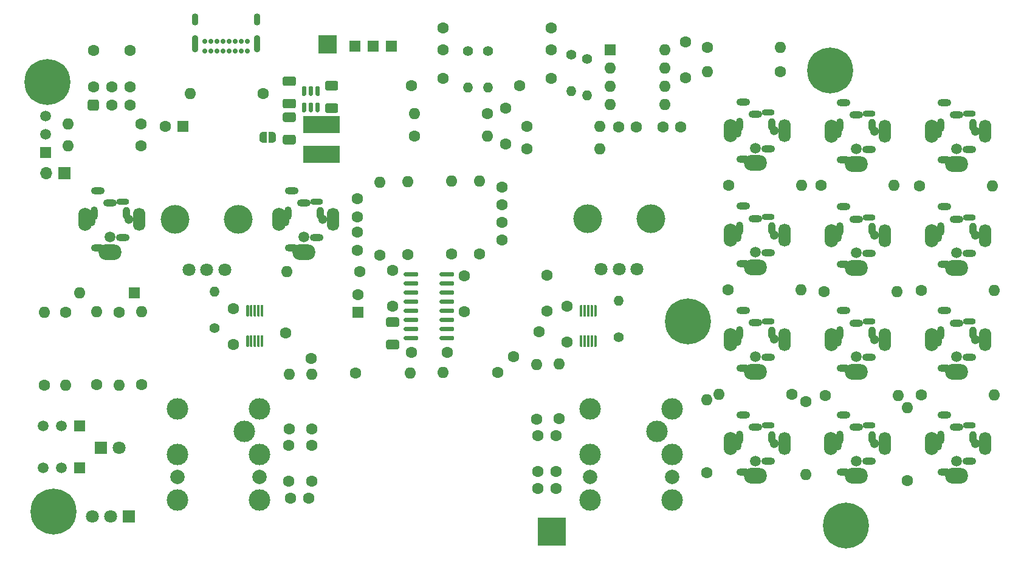
<source format=gts>
G04 #@! TF.GenerationSoftware,KiCad,Pcbnew,8.0.1*
G04 #@! TF.CreationDate,2024-04-29T14:01:51+02:00*
G04 #@! TF.ProjectId,spider2,73706964-6572-4322-9e6b-696361645f70,rev?*
G04 #@! TF.SameCoordinates,Original*
G04 #@! TF.FileFunction,Soldermask,Top*
G04 #@! TF.FilePolarity,Negative*
%FSLAX46Y46*%
G04 Gerber Fmt 4.6, Leading zero omitted, Abs format (unit mm)*
G04 Created by KiCad (PCBNEW 8.0.1) date 2024-04-29 14:01:51*
%MOMM*%
%LPD*%
G01*
G04 APERTURE LIST*
%ADD10C,1.600000*%
%ADD11O,1.600000X1.600000*%
%ADD12C,0.700000*%
%ADD13O,0.900000X2.400000*%
%ADD14O,0.900000X1.700000*%
%ADD15R,1.600000X1.600000*%
%ADD16C,1.400000*%
%ADD17O,1.400000X1.400000*%
%ADD18R,2.500000X2.500000*%
%ADD19C,1.500000*%
%ADD20O,1.900000X1.000000*%
%ADD21O,1.000000X1.800000*%
%ADD22C,1.300000*%
%ADD23O,1.703200X3.203200*%
%ADD24O,1.903200X3.203200*%
%ADD25O,1.000000X1.900000*%
%ADD26O,3.203200X2.203200*%
%ADD27O,1.800000X0.900000*%
%ADD28C,0.800000*%
%ADD29C,6.400000*%
%ADD30C,3.000000*%
%ADD31C,2.000000*%
%ADD32R,1.500000X1.500000*%
%ADD33C,4.000000*%
%ADD34C,1.800000*%
%ADD35R,1.700000X1.700000*%
%ADD36O,1.700000X1.700000*%
%ADD37R,1.800000X1.800000*%
%ADD38R,5.100000X2.350000*%
%ADD39R,4.000000X4.000000*%
G04 APERTURE END LIST*
D10*
X147799400Y-33323400D03*
X152879400Y-33323400D03*
G36*
G01*
X147399400Y-40143400D02*
X148199400Y-40143400D01*
G75*
G02*
X148599400Y-40543400I0J-400000D01*
G01*
X148599400Y-41343400D01*
G75*
G02*
X148199400Y-41743400I-400000J0D01*
G01*
X147399400Y-41743400D01*
G75*
G02*
X146999400Y-41343400I0J400000D01*
G01*
X146999400Y-40543400D01*
G75*
G02*
X147399400Y-40143400I400000J0D01*
G01*
G37*
X150339400Y-40943400D03*
X152879400Y-40943400D03*
X147799400Y-38403400D03*
X150339400Y-38403400D03*
X152879400Y-38403400D03*
X262920000Y-52200000D03*
D11*
X273080000Y-52200000D03*
D10*
X230300000Y-32120000D03*
X230300000Y-37120000D03*
X243540000Y-36255000D03*
D11*
X233380000Y-36255000D03*
D12*
X169250000Y-33375000D03*
X168400000Y-33375000D03*
X167550000Y-33375000D03*
X166700000Y-33375000D03*
X165850000Y-33375000D03*
X165000000Y-33375000D03*
X164150000Y-33375000D03*
X163300000Y-33375000D03*
X163300000Y-32025000D03*
X164150000Y-32025000D03*
X165000000Y-32025000D03*
X165850000Y-32025000D03*
X166700000Y-32025000D03*
X167550000Y-32025000D03*
X168400000Y-32025000D03*
X169250000Y-32025000D03*
D13*
X170600000Y-32395000D03*
D14*
X170600000Y-29015000D03*
D13*
X161950000Y-32395000D03*
D14*
X161950000Y-29015000D03*
D10*
X187750000Y-61850000D03*
D11*
X187750000Y-51690000D03*
D10*
X263120000Y-81300000D03*
D11*
X273280000Y-81300000D03*
D10*
X167350000Y-69275000D03*
X167350000Y-74275000D03*
X204750000Y-52350000D03*
X204750000Y-54850000D03*
X209900000Y-72500000D03*
X206364466Y-76035534D03*
X204750000Y-59750000D03*
X204750000Y-57250000D03*
D15*
X153475000Y-67125000D03*
D11*
X145855000Y-67125000D03*
D10*
X154460000Y-46600000D03*
D11*
X144300000Y-46600000D03*
D16*
X202800000Y-33400000D03*
D17*
X202800000Y-38480000D03*
D10*
X213820000Y-68960000D03*
X213820000Y-73960000D03*
D18*
X180450000Y-32450000D03*
D19*
X240078391Y-90526253D03*
D20*
X238349112Y-92100000D03*
X241849112Y-90600000D03*
D21*
X242328391Y-87226253D03*
D22*
X242649112Y-88100000D03*
D23*
X244078391Y-88126253D03*
D24*
X236578391Y-88126253D03*
D25*
X237549112Y-88100000D03*
X237828391Y-87226253D03*
D20*
X238349112Y-84100000D03*
X240078391Y-85826253D03*
D26*
X240078391Y-92626253D03*
D27*
X241849112Y-85600000D03*
D28*
X248019532Y-36102461D03*
X248722476Y-34405405D03*
X248722476Y-37799517D03*
X250419532Y-33702461D03*
D29*
X250419532Y-36102461D03*
D28*
X250419532Y-38502461D03*
X252116588Y-34405405D03*
X252116588Y-37799517D03*
X252819532Y-36102461D03*
D10*
X174600000Y-72700000D03*
X178135534Y-76235534D03*
X199500000Y-69750000D03*
X199500000Y-64750000D03*
D16*
X216550000Y-34500000D03*
D17*
X216550000Y-39580000D03*
D10*
X196550000Y-33200000D03*
X196550000Y-30200000D03*
X192150000Y-38200000D03*
X196550000Y-37200000D03*
X178200000Y-86110000D03*
D11*
X178200000Y-78490000D03*
D10*
X212300000Y-92000000D03*
X212300000Y-87000000D03*
X175290000Y-95740000D03*
X177790000Y-95740000D03*
X205250000Y-46400000D03*
X205250000Y-41400000D03*
X191620000Y-61810000D03*
D11*
X191620000Y-51650000D03*
D10*
X261200000Y-93230000D03*
D11*
X261200000Y-83070000D03*
D10*
X249645000Y-66950000D03*
D11*
X259805000Y-66950000D03*
D30*
X226300000Y-86450000D03*
D31*
X228430000Y-92800000D03*
X217000000Y-92800000D03*
D30*
X217000000Y-96000000D03*
X228430000Y-89650000D03*
X217000000Y-89650000D03*
X228430000Y-96000000D03*
X228430000Y-83300000D03*
X217000000Y-83300000D03*
D10*
X184900000Y-64150000D03*
D11*
X174740000Y-64150000D03*
D30*
X168800000Y-86450000D03*
D31*
X170930000Y-92800000D03*
X159500000Y-92800000D03*
D30*
X159500000Y-96000000D03*
X170930000Y-89650000D03*
X159500000Y-89650000D03*
X170930000Y-96000000D03*
X170930000Y-83300000D03*
X159500000Y-83300000D03*
D10*
X148300000Y-79925000D03*
D11*
X148300000Y-69765000D03*
D10*
X249745000Y-81400000D03*
D11*
X259905000Y-81400000D03*
D10*
X209525000Y-84700000D03*
D11*
X209525000Y-77080000D03*
G36*
G01*
X174450000Y-36947636D02*
X175750000Y-36947636D01*
G75*
G02*
X176000000Y-37197636I0J-250000D01*
G01*
X176000000Y-38022636D01*
G75*
G02*
X175750000Y-38272636I-250000J0D01*
G01*
X174450000Y-38272636D01*
G75*
G02*
X174200000Y-38022636I0J250000D01*
G01*
X174200000Y-37197636D01*
G75*
G02*
X174450000Y-36947636I250000J0D01*
G01*
G37*
G36*
G01*
X174450000Y-40072636D02*
X175750000Y-40072636D01*
G75*
G02*
X176000000Y-40322636I0J-250000D01*
G01*
X176000000Y-41147636D01*
G75*
G02*
X175750000Y-41397636I-250000J0D01*
G01*
X174450000Y-41397636D01*
G75*
G02*
X174200000Y-41147636I0J250000D01*
G01*
X174200000Y-40322636D01*
G75*
G02*
X174450000Y-40072636I250000J0D01*
G01*
G37*
D10*
X249220000Y-52150000D03*
D11*
X259380000Y-52150000D03*
D10*
X229660000Y-44010000D03*
X227160000Y-44010000D03*
X201600000Y-61700000D03*
D11*
X201600000Y-51540000D03*
D10*
X233340000Y-32880000D03*
D11*
X243500000Y-32880000D03*
D10*
X236195000Y-66725000D03*
D11*
X246355000Y-66725000D03*
D15*
X160310000Y-43910000D03*
D10*
X157810000Y-43910000D03*
G36*
G01*
X217662500Y-68795000D02*
X217837500Y-68795000D01*
G75*
G02*
X217925000Y-68882500I0J-87500D01*
G01*
X217925000Y-70332500D01*
G75*
G02*
X217837500Y-70420000I-87500J0D01*
G01*
X217662500Y-70420000D01*
G75*
G02*
X217575000Y-70332500I0J87500D01*
G01*
X217575000Y-68882500D01*
G75*
G02*
X217662500Y-68795000I87500J0D01*
G01*
G37*
G36*
G01*
X217162500Y-68795000D02*
X217337500Y-68795000D01*
G75*
G02*
X217425000Y-68882500I0J-87500D01*
G01*
X217425000Y-70332500D01*
G75*
G02*
X217337500Y-70420000I-87500J0D01*
G01*
X217162500Y-70420000D01*
G75*
G02*
X217075000Y-70332500I0J87500D01*
G01*
X217075000Y-68882500D01*
G75*
G02*
X217162500Y-68795000I87500J0D01*
G01*
G37*
G36*
G01*
X216662500Y-68795000D02*
X216837500Y-68795000D01*
G75*
G02*
X216925000Y-68882500I0J-87500D01*
G01*
X216925000Y-70332500D01*
G75*
G02*
X216837500Y-70420000I-87500J0D01*
G01*
X216662500Y-70420000D01*
G75*
G02*
X216575000Y-70332500I0J87500D01*
G01*
X216575000Y-68882500D01*
G75*
G02*
X216662500Y-68795000I87500J0D01*
G01*
G37*
G36*
G01*
X216162500Y-68795000D02*
X216337500Y-68795000D01*
G75*
G02*
X216425000Y-68882500I0J-87500D01*
G01*
X216425000Y-70332500D01*
G75*
G02*
X216337500Y-70420000I-87500J0D01*
G01*
X216162500Y-70420000D01*
G75*
G02*
X216075000Y-70332500I0J87500D01*
G01*
X216075000Y-68882500D01*
G75*
G02*
X216162500Y-68795000I87500J0D01*
G01*
G37*
G36*
G01*
X215662500Y-68795000D02*
X215837500Y-68795000D01*
G75*
G02*
X215925000Y-68882500I0J-87500D01*
G01*
X215925000Y-70332500D01*
G75*
G02*
X215837500Y-70420000I-87500J0D01*
G01*
X215662500Y-70420000D01*
G75*
G02*
X215575000Y-70332500I0J87500D01*
G01*
X215575000Y-68882500D01*
G75*
G02*
X215662500Y-68795000I87500J0D01*
G01*
G37*
G36*
G01*
X215662500Y-73020000D02*
X215837500Y-73020000D01*
G75*
G02*
X215925000Y-73107500I0J-87500D01*
G01*
X215925000Y-74557500D01*
G75*
G02*
X215837500Y-74645000I-87500J0D01*
G01*
X215662500Y-74645000D01*
G75*
G02*
X215575000Y-74557500I0J87500D01*
G01*
X215575000Y-73107500D01*
G75*
G02*
X215662500Y-73020000I87500J0D01*
G01*
G37*
G36*
G01*
X216162500Y-73020000D02*
X216337500Y-73020000D01*
G75*
G02*
X216425000Y-73107500I0J-87500D01*
G01*
X216425000Y-74557500D01*
G75*
G02*
X216337500Y-74645000I-87500J0D01*
G01*
X216162500Y-74645000D01*
G75*
G02*
X216075000Y-74557500I0J87500D01*
G01*
X216075000Y-73107500D01*
G75*
G02*
X216162500Y-73020000I87500J0D01*
G01*
G37*
G36*
G01*
X216662500Y-73020000D02*
X216837500Y-73020000D01*
G75*
G02*
X216925000Y-73107500I0J-87500D01*
G01*
X216925000Y-74557500D01*
G75*
G02*
X216837500Y-74645000I-87500J0D01*
G01*
X216662500Y-74645000D01*
G75*
G02*
X216575000Y-74557500I0J87500D01*
G01*
X216575000Y-73107500D01*
G75*
G02*
X216662500Y-73020000I87500J0D01*
G01*
G37*
G36*
G01*
X217162500Y-73020000D02*
X217337500Y-73020000D01*
G75*
G02*
X217425000Y-73107500I0J-87500D01*
G01*
X217425000Y-74557500D01*
G75*
G02*
X217337500Y-74645000I-87500J0D01*
G01*
X217162500Y-74645000D01*
G75*
G02*
X217075000Y-74557500I0J87500D01*
G01*
X217075000Y-73107500D01*
G75*
G02*
X217162500Y-73020000I87500J0D01*
G01*
G37*
G36*
G01*
X217662500Y-73020000D02*
X217837500Y-73020000D01*
G75*
G02*
X217925000Y-73107500I0J-87500D01*
G01*
X217925000Y-74557500D01*
G75*
G02*
X217837500Y-74645000I-87500J0D01*
G01*
X217662500Y-74645000D01*
G75*
G02*
X217575000Y-74557500I0J87500D01*
G01*
X217575000Y-73107500D01*
G75*
G02*
X217662500Y-73020000I87500J0D01*
G01*
G37*
X197100000Y-75400000D03*
X192100000Y-75400000D03*
X143980000Y-69810000D03*
D11*
X143980000Y-79970000D03*
D10*
X247100000Y-82250000D03*
D11*
X247100000Y-92410000D03*
D19*
X240079279Y-61459586D03*
D20*
X238350000Y-63033333D03*
X241850000Y-61533333D03*
D21*
X242329279Y-58159586D03*
D22*
X242650000Y-59033333D03*
D23*
X244079279Y-59059586D03*
D24*
X236579279Y-59059586D03*
D25*
X237550000Y-59033333D03*
X237829279Y-58159586D03*
D20*
X238350000Y-55033333D03*
X240079279Y-56759586D03*
D26*
X240079279Y-63559586D03*
D27*
X241850000Y-56533333D03*
D32*
X145860000Y-85630000D03*
D19*
X143320000Y-85630000D03*
X140780000Y-85630000D03*
D16*
X164720000Y-71990000D03*
D17*
X164720000Y-66910000D03*
D10*
X175020000Y-93340000D03*
X175020000Y-88340000D03*
X208170000Y-43950000D03*
D11*
X218330000Y-43950000D03*
D19*
X240079279Y-75992919D03*
D20*
X238350000Y-77566666D03*
X241850000Y-76066666D03*
D21*
X242329279Y-72692919D03*
D22*
X242650000Y-73566666D03*
D23*
X244079279Y-73592919D03*
D24*
X236579279Y-73592919D03*
D25*
X237550000Y-73566666D03*
X237829279Y-72692919D03*
D20*
X238350000Y-69566666D03*
X240079279Y-71292919D03*
D26*
X240079279Y-78092919D03*
D27*
X241850000Y-71066666D03*
D19*
X177153344Y-59294502D03*
D20*
X175424065Y-60868249D03*
X178924065Y-59368249D03*
D21*
X179403344Y-55994502D03*
D22*
X179724065Y-56868249D03*
D23*
X181153344Y-56894502D03*
D24*
X173653344Y-56894502D03*
D25*
X174624065Y-56868249D03*
X174903344Y-55994502D03*
D20*
X175424065Y-52868249D03*
X177153344Y-54594502D03*
D26*
X177153344Y-61394502D03*
D27*
X178924065Y-54368249D03*
D28*
X228260142Y-71088261D03*
X228963086Y-69391205D03*
X228963086Y-72785317D03*
X230660142Y-68688261D03*
D29*
X230660142Y-71088261D03*
D28*
X230660142Y-73488261D03*
X232357198Y-69391205D03*
X232357198Y-72785317D03*
X233060142Y-71088261D03*
D10*
X154460000Y-43540000D03*
D11*
X144300000Y-43540000D03*
G36*
X172250000Y-44675000D02*
G01*
X172750000Y-44675000D01*
X172750000Y-44680089D01*
X172821157Y-44680089D01*
X172957708Y-44720184D01*
X173077430Y-44797125D01*
X173170627Y-44904680D01*
X173229746Y-45034134D01*
X173250000Y-45175000D01*
X173250000Y-45675000D01*
X173229746Y-45815866D01*
X173170627Y-45945320D01*
X173077430Y-46052875D01*
X172957708Y-46129816D01*
X172821157Y-46169911D01*
X172750000Y-46169911D01*
X172750000Y-46175000D01*
X172250000Y-46175000D01*
X172250000Y-44675000D01*
G37*
G36*
X171450000Y-46169911D02*
G01*
X171378843Y-46169911D01*
X171242292Y-46129816D01*
X171122570Y-46052875D01*
X171029373Y-45945320D01*
X170970254Y-45815866D01*
X170950000Y-45675000D01*
X170950000Y-45175000D01*
X170970254Y-45034134D01*
X171029373Y-44904680D01*
X171122570Y-44797125D01*
X171242292Y-44720184D01*
X171378843Y-44680089D01*
X171450000Y-44680089D01*
X171450000Y-44675000D01*
X171950000Y-44675000D01*
X171950000Y-46175000D01*
X171450000Y-46175000D01*
X171450000Y-46169911D01*
G37*
D19*
X268079279Y-47026253D03*
D20*
X266350000Y-48600000D03*
X269850000Y-47100000D03*
D21*
X270329279Y-43726253D03*
D22*
X270650000Y-44600000D03*
D23*
X272079279Y-44626253D03*
D24*
X264579279Y-44626253D03*
D25*
X265550000Y-44600000D03*
X265829279Y-43726253D03*
D20*
X266350000Y-40600000D03*
X268079279Y-42326253D03*
D26*
X268079279Y-49126253D03*
D27*
X269850000Y-42100000D03*
D10*
X184550000Y-56500000D03*
X184550000Y-54000000D03*
D32*
X184221000Y-32750000D03*
D33*
X159200000Y-56900000D03*
X168000000Y-56900000D03*
D34*
X166100000Y-63900000D03*
X163600000Y-63900000D03*
X161100000Y-63900000D03*
D10*
X189500000Y-69000000D03*
X189500000Y-64000000D03*
D32*
X186761000Y-32750000D03*
X189301000Y-32750000D03*
D10*
X171450000Y-39350000D03*
D11*
X161290000Y-39350000D03*
D32*
X145860000Y-91470000D03*
D19*
X143320000Y-91470000D03*
X140780000Y-91470000D03*
D10*
X151400000Y-69775000D03*
D11*
X151400000Y-79935000D03*
D10*
X175100000Y-86110000D03*
D11*
X175100000Y-78490000D03*
D19*
X268079279Y-76026253D03*
D20*
X266350000Y-77600000D03*
X269850000Y-76100000D03*
D21*
X270329279Y-72726253D03*
D22*
X270650000Y-73600000D03*
D23*
X272079279Y-73626253D03*
D24*
X264579279Y-73626253D03*
D25*
X265550000Y-73600000D03*
X265829279Y-72726253D03*
D20*
X266350000Y-69600000D03*
X268079279Y-71326253D03*
D26*
X268079279Y-78126253D03*
D27*
X269850000Y-71100000D03*
D35*
X143750000Y-50450000D03*
D36*
X141210000Y-50450000D03*
D28*
X250250000Y-99550000D03*
X250952944Y-97852944D03*
X250952944Y-101247056D03*
X252650000Y-97150000D03*
D29*
X252650000Y-99550000D03*
D28*
X252650000Y-101950000D03*
X254347056Y-97852944D03*
X254347056Y-101247056D03*
X255050000Y-99550000D03*
D10*
X236270000Y-52150000D03*
D11*
X246430000Y-52150000D03*
D16*
X214400000Y-33900000D03*
D17*
X214400000Y-38980000D03*
D10*
X211550000Y-33200000D03*
X211550000Y-30200000D03*
X207150000Y-38200000D03*
X211550000Y-37200000D03*
D19*
X268079279Y-61526253D03*
D20*
X266350000Y-63100000D03*
X269850000Y-61600000D03*
D21*
X270329279Y-58226253D03*
D22*
X270650000Y-59100000D03*
D23*
X272079279Y-59126253D03*
D24*
X264579279Y-59126253D03*
D25*
X265550000Y-59100000D03*
X265829279Y-58226253D03*
D20*
X266350000Y-55100000D03*
X268079279Y-56826253D03*
D26*
X268079279Y-63626253D03*
D27*
X269850000Y-56600000D03*
D19*
X240079279Y-46926253D03*
D20*
X238350000Y-48500000D03*
X241850000Y-47000000D03*
D21*
X242329279Y-43626253D03*
D22*
X242650000Y-44500000D03*
D23*
X244079279Y-44526253D03*
D24*
X236579279Y-44526253D03*
D25*
X237550000Y-44500000D03*
X237829279Y-43626253D03*
D20*
X238350000Y-40500000D03*
X240079279Y-42226253D03*
D26*
X240079279Y-49026253D03*
D27*
X241850000Y-42000000D03*
D15*
X219810000Y-33230000D03*
D11*
X219810000Y-35770000D03*
X219810000Y-38310000D03*
X219810000Y-40850000D03*
X227430000Y-40850000D03*
X227430000Y-38310000D03*
X227430000Y-35770000D03*
X227430000Y-33230000D03*
D10*
X263120000Y-66750000D03*
D11*
X273280000Y-66750000D03*
D10*
X233260000Y-92180000D03*
D11*
X233260000Y-82020000D03*
D10*
X192500000Y-45230000D03*
D11*
X202660000Y-45230000D03*
D19*
X254079279Y-61526253D03*
D20*
X252350000Y-63100000D03*
X255850000Y-61600000D03*
D21*
X256329279Y-58226253D03*
D22*
X256650000Y-59100000D03*
D23*
X258079279Y-59126253D03*
D24*
X250579279Y-59126253D03*
D25*
X251550000Y-59100000D03*
X251829279Y-58226253D03*
D20*
X252350000Y-55100000D03*
X254079279Y-56826253D03*
D26*
X254079279Y-63626253D03*
D27*
X255850000Y-56600000D03*
D19*
X254079279Y-76026253D03*
D20*
X252350000Y-77600000D03*
X255850000Y-76100000D03*
D21*
X256329279Y-72726253D03*
D22*
X256650000Y-73600000D03*
D23*
X258079279Y-73626253D03*
D24*
X250579279Y-73626253D03*
D25*
X251550000Y-73600000D03*
X251829279Y-72726253D03*
D20*
X252350000Y-69600000D03*
X254079279Y-71326253D03*
D26*
X254079279Y-78126253D03*
D27*
X255850000Y-71100000D03*
D19*
X254079279Y-47026253D03*
D20*
X252350000Y-48600000D03*
X255850000Y-47100000D03*
D21*
X256329279Y-43726253D03*
D22*
X256650000Y-44600000D03*
D23*
X258079279Y-44626253D03*
D24*
X250579279Y-44626253D03*
D25*
X251550000Y-44600000D03*
X251829279Y-43726253D03*
D20*
X252350000Y-40600000D03*
X254079279Y-42326253D03*
D26*
X254079279Y-49126253D03*
D27*
X255850000Y-42100000D03*
D10*
X212675000Y-84675000D03*
D11*
X212675000Y-77055000D03*
D10*
X223480000Y-43970000D03*
X220980000Y-43970000D03*
X184550000Y-58650000D03*
X184550000Y-61150000D03*
X211030000Y-64660000D03*
X211030000Y-69660000D03*
D19*
X150144477Y-59295965D03*
D20*
X148415198Y-60869712D03*
X151915198Y-59369712D03*
D21*
X152394477Y-55995965D03*
D22*
X152715198Y-56869712D03*
D23*
X154144477Y-56895965D03*
D24*
X146644477Y-56895965D03*
D25*
X147615198Y-56869712D03*
X147894477Y-55995965D03*
D20*
X148415198Y-52869712D03*
X150144477Y-54595965D03*
D26*
X150144477Y-61395965D03*
D27*
X151915198Y-54369712D03*
D19*
X254078391Y-90526253D03*
D20*
X252349112Y-92100000D03*
X255849112Y-90600000D03*
D21*
X256328391Y-87226253D03*
D22*
X256649112Y-88100000D03*
D23*
X258078391Y-88126253D03*
D24*
X250578391Y-88126253D03*
D25*
X251549112Y-88100000D03*
X251828391Y-87226253D03*
D20*
X252349112Y-84100000D03*
X254078391Y-85826253D03*
D26*
X254078391Y-92626253D03*
D27*
X255849112Y-85600000D03*
D19*
X268079279Y-90526253D03*
D20*
X266350000Y-92100000D03*
X269850000Y-90600000D03*
D21*
X270329279Y-87226253D03*
D22*
X270650000Y-88100000D03*
D23*
X272079279Y-88126253D03*
D24*
X264579279Y-88126253D03*
D25*
X265550000Y-88100000D03*
X265829279Y-87226253D03*
D20*
X266350000Y-84100000D03*
X268079279Y-85826253D03*
D26*
X268079279Y-92626253D03*
D27*
X269850000Y-85600000D03*
D10*
X178230000Y-93320000D03*
X178230000Y-88320000D03*
G36*
G01*
X181650000Y-42025000D02*
X180350000Y-42025000D01*
G75*
G02*
X180100000Y-41775000I0J250000D01*
G01*
X180100000Y-40950000D01*
G75*
G02*
X180350000Y-40700000I250000J0D01*
G01*
X181650000Y-40700000D01*
G75*
G02*
X181900000Y-40950000I0J-250000D01*
G01*
X181900000Y-41775000D01*
G75*
G02*
X181650000Y-42025000I-250000J0D01*
G01*
G37*
G36*
G01*
X181650000Y-38900000D02*
X180350000Y-38900000D01*
G75*
G02*
X180100000Y-38650000I0J250000D01*
G01*
X180100000Y-37825000D01*
G75*
G02*
X180350000Y-37575000I250000J0D01*
G01*
X181650000Y-37575000D01*
G75*
G02*
X181900000Y-37825000I0J-250000D01*
G01*
X181900000Y-38650000D01*
G75*
G02*
X181650000Y-38900000I-250000J0D01*
G01*
G37*
X154500000Y-79925000D03*
D11*
X154500000Y-69765000D03*
D10*
X184300000Y-78300000D03*
D11*
X191920000Y-78300000D03*
D10*
X204100000Y-78200000D03*
D11*
X196480000Y-78200000D03*
G36*
G01*
X174449222Y-41975000D02*
X175749222Y-41975000D01*
G75*
G02*
X175999222Y-42225000I0J-250000D01*
G01*
X175999222Y-43050000D01*
G75*
G02*
X175749222Y-43300000I-250000J0D01*
G01*
X174449222Y-43300000D01*
G75*
G02*
X174199222Y-43050000I0J250000D01*
G01*
X174199222Y-42225000D01*
G75*
G02*
X174449222Y-41975000I250000J0D01*
G01*
G37*
G36*
G01*
X174449222Y-45100000D02*
X175749222Y-45100000D01*
G75*
G02*
X175999222Y-45350000I0J-250000D01*
G01*
X175999222Y-46175000D01*
G75*
G02*
X175749222Y-46425000I-250000J0D01*
G01*
X174449222Y-46425000D01*
G75*
G02*
X174199222Y-46175000I0J250000D01*
G01*
X174199222Y-45350000D01*
G75*
G02*
X174449222Y-45100000I250000J0D01*
G01*
G37*
D37*
X148875000Y-88725000D03*
D34*
X151415000Y-88725000D03*
D16*
X200000000Y-33400000D03*
D17*
X200000000Y-38480000D03*
G36*
G01*
X191050000Y-64670000D02*
X191050000Y-64370000D01*
G75*
G02*
X191200000Y-64220000I150000J0D01*
G01*
X192900000Y-64220000D01*
G75*
G02*
X193050000Y-64370000I0J-150000D01*
G01*
X193050000Y-64670000D01*
G75*
G02*
X192900000Y-64820000I-150000J0D01*
G01*
X191200000Y-64820000D01*
G75*
G02*
X191050000Y-64670000I0J150000D01*
G01*
G37*
G36*
G01*
X191050000Y-65940000D02*
X191050000Y-65640000D01*
G75*
G02*
X191200000Y-65490000I150000J0D01*
G01*
X192900000Y-65490000D01*
G75*
G02*
X193050000Y-65640000I0J-150000D01*
G01*
X193050000Y-65940000D01*
G75*
G02*
X192900000Y-66090000I-150000J0D01*
G01*
X191200000Y-66090000D01*
G75*
G02*
X191050000Y-65940000I0J150000D01*
G01*
G37*
G36*
G01*
X191050000Y-67210000D02*
X191050000Y-66910000D01*
G75*
G02*
X191200000Y-66760000I150000J0D01*
G01*
X192900000Y-66760000D01*
G75*
G02*
X193050000Y-66910000I0J-150000D01*
G01*
X193050000Y-67210000D01*
G75*
G02*
X192900000Y-67360000I-150000J0D01*
G01*
X191200000Y-67360000D01*
G75*
G02*
X191050000Y-67210000I0J150000D01*
G01*
G37*
G36*
G01*
X191050000Y-68480000D02*
X191050000Y-68180000D01*
G75*
G02*
X191200000Y-68030000I150000J0D01*
G01*
X192900000Y-68030000D01*
G75*
G02*
X193050000Y-68180000I0J-150000D01*
G01*
X193050000Y-68480000D01*
G75*
G02*
X192900000Y-68630000I-150000J0D01*
G01*
X191200000Y-68630000D01*
G75*
G02*
X191050000Y-68480000I0J150000D01*
G01*
G37*
G36*
G01*
X191050000Y-69750000D02*
X191050000Y-69450000D01*
G75*
G02*
X191200000Y-69300000I150000J0D01*
G01*
X192900000Y-69300000D01*
G75*
G02*
X193050000Y-69450000I0J-150000D01*
G01*
X193050000Y-69750000D01*
G75*
G02*
X192900000Y-69900000I-150000J0D01*
G01*
X191200000Y-69900000D01*
G75*
G02*
X191050000Y-69750000I0J150000D01*
G01*
G37*
G36*
G01*
X191050000Y-71020000D02*
X191050000Y-70720000D01*
G75*
G02*
X191200000Y-70570000I150000J0D01*
G01*
X192900000Y-70570000D01*
G75*
G02*
X193050000Y-70720000I0J-150000D01*
G01*
X193050000Y-71020000D01*
G75*
G02*
X192900000Y-71170000I-150000J0D01*
G01*
X191200000Y-71170000D01*
G75*
G02*
X191050000Y-71020000I0J150000D01*
G01*
G37*
G36*
G01*
X191050000Y-72290000D02*
X191050000Y-71990000D01*
G75*
G02*
X191200000Y-71840000I150000J0D01*
G01*
X192900000Y-71840000D01*
G75*
G02*
X193050000Y-71990000I0J-150000D01*
G01*
X193050000Y-72290000D01*
G75*
G02*
X192900000Y-72440000I-150000J0D01*
G01*
X191200000Y-72440000D01*
G75*
G02*
X191050000Y-72290000I0J150000D01*
G01*
G37*
G36*
G01*
X191050000Y-73560000D02*
X191050000Y-73260000D01*
G75*
G02*
X191200000Y-73110000I150000J0D01*
G01*
X192900000Y-73110000D01*
G75*
G02*
X193050000Y-73260000I0J-150000D01*
G01*
X193050000Y-73560000D01*
G75*
G02*
X192900000Y-73710000I-150000J0D01*
G01*
X191200000Y-73710000D01*
G75*
G02*
X191050000Y-73560000I0J150000D01*
G01*
G37*
G36*
G01*
X196050000Y-73560000D02*
X196050000Y-73260000D01*
G75*
G02*
X196200000Y-73110000I150000J0D01*
G01*
X197900000Y-73110000D01*
G75*
G02*
X198050000Y-73260000I0J-150000D01*
G01*
X198050000Y-73560000D01*
G75*
G02*
X197900000Y-73710000I-150000J0D01*
G01*
X196200000Y-73710000D01*
G75*
G02*
X196050000Y-73560000I0J150000D01*
G01*
G37*
G36*
G01*
X196050000Y-72290000D02*
X196050000Y-71990000D01*
G75*
G02*
X196200000Y-71840000I150000J0D01*
G01*
X197900000Y-71840000D01*
G75*
G02*
X198050000Y-71990000I0J-150000D01*
G01*
X198050000Y-72290000D01*
G75*
G02*
X197900000Y-72440000I-150000J0D01*
G01*
X196200000Y-72440000D01*
G75*
G02*
X196050000Y-72290000I0J150000D01*
G01*
G37*
G36*
G01*
X196050000Y-71020000D02*
X196050000Y-70720000D01*
G75*
G02*
X196200000Y-70570000I150000J0D01*
G01*
X197900000Y-70570000D01*
G75*
G02*
X198050000Y-70720000I0J-150000D01*
G01*
X198050000Y-71020000D01*
G75*
G02*
X197900000Y-71170000I-150000J0D01*
G01*
X196200000Y-71170000D01*
G75*
G02*
X196050000Y-71020000I0J150000D01*
G01*
G37*
G36*
G01*
X196050000Y-69750000D02*
X196050000Y-69450000D01*
G75*
G02*
X196200000Y-69300000I150000J0D01*
G01*
X197900000Y-69300000D01*
G75*
G02*
X198050000Y-69450000I0J-150000D01*
G01*
X198050000Y-69750000D01*
G75*
G02*
X197900000Y-69900000I-150000J0D01*
G01*
X196200000Y-69900000D01*
G75*
G02*
X196050000Y-69750000I0J150000D01*
G01*
G37*
G36*
G01*
X196050000Y-68480000D02*
X196050000Y-68180000D01*
G75*
G02*
X196200000Y-68030000I150000J0D01*
G01*
X197900000Y-68030000D01*
G75*
G02*
X198050000Y-68180000I0J-150000D01*
G01*
X198050000Y-68480000D01*
G75*
G02*
X197900000Y-68630000I-150000J0D01*
G01*
X196200000Y-68630000D01*
G75*
G02*
X196050000Y-68480000I0J150000D01*
G01*
G37*
G36*
G01*
X196050000Y-67210000D02*
X196050000Y-66910000D01*
G75*
G02*
X196200000Y-66760000I150000J0D01*
G01*
X197900000Y-66760000D01*
G75*
G02*
X198050000Y-66910000I0J-150000D01*
G01*
X198050000Y-67210000D01*
G75*
G02*
X197900000Y-67360000I-150000J0D01*
G01*
X196200000Y-67360000D01*
G75*
G02*
X196050000Y-67210000I0J150000D01*
G01*
G37*
G36*
G01*
X196050000Y-65940000D02*
X196050000Y-65640000D01*
G75*
G02*
X196200000Y-65490000I150000J0D01*
G01*
X197900000Y-65490000D01*
G75*
G02*
X198050000Y-65640000I0J-150000D01*
G01*
X198050000Y-65940000D01*
G75*
G02*
X197900000Y-66090000I-150000J0D01*
G01*
X196200000Y-66090000D01*
G75*
G02*
X196050000Y-65940000I0J150000D01*
G01*
G37*
G36*
G01*
X196050000Y-64670000D02*
X196050000Y-64370000D01*
G75*
G02*
X196200000Y-64220000I150000J0D01*
G01*
X197900000Y-64220000D01*
G75*
G02*
X198050000Y-64370000I0J-150000D01*
G01*
X198050000Y-64670000D01*
G75*
G02*
X197900000Y-64820000I-150000J0D01*
G01*
X196200000Y-64820000D01*
G75*
G02*
X196050000Y-64670000I0J150000D01*
G01*
G37*
D10*
X208170000Y-47000000D03*
D11*
X218330000Y-47000000D03*
D10*
X209700000Y-92000000D03*
X209700000Y-87000000D03*
D33*
X216650000Y-56800000D03*
X225450000Y-56800000D03*
D34*
X223550000Y-63800000D03*
X221050000Y-63800000D03*
X218550000Y-63800000D03*
D10*
X197735200Y-61700000D03*
D11*
X197735200Y-51540000D03*
D16*
X220990000Y-73320000D03*
D17*
X220990000Y-68240000D03*
G36*
G01*
X178900000Y-38320100D02*
X179200000Y-38320100D01*
G75*
G02*
X179350000Y-38470100I0J-150000D01*
G01*
X179350000Y-39495100D01*
G75*
G02*
X179200000Y-39645100I-150000J0D01*
G01*
X178900000Y-39645100D01*
G75*
G02*
X178750000Y-39495100I0J150000D01*
G01*
X178750000Y-38470100D01*
G75*
G02*
X178900000Y-38320100I150000J0D01*
G01*
G37*
G36*
G01*
X177950000Y-38320100D02*
X178250000Y-38320100D01*
G75*
G02*
X178400000Y-38470100I0J-150000D01*
G01*
X178400000Y-39495100D01*
G75*
G02*
X178250000Y-39645100I-150000J0D01*
G01*
X177950000Y-39645100D01*
G75*
G02*
X177800000Y-39495100I0J150000D01*
G01*
X177800000Y-38470100D01*
G75*
G02*
X177950000Y-38320100I150000J0D01*
G01*
G37*
G36*
G01*
X177000000Y-38320100D02*
X177300000Y-38320100D01*
G75*
G02*
X177450000Y-38470100I0J-150000D01*
G01*
X177450000Y-39495100D01*
G75*
G02*
X177300000Y-39645100I-150000J0D01*
G01*
X177000000Y-39645100D01*
G75*
G02*
X176850000Y-39495100I0J150000D01*
G01*
X176850000Y-38470100D01*
G75*
G02*
X177000000Y-38320100I150000J0D01*
G01*
G37*
G36*
G01*
X177000000Y-40595100D02*
X177300000Y-40595100D01*
G75*
G02*
X177450000Y-40745100I0J-150000D01*
G01*
X177450000Y-41770100D01*
G75*
G02*
X177300000Y-41920100I-150000J0D01*
G01*
X177000000Y-41920100D01*
G75*
G02*
X176850000Y-41770100I0J150000D01*
G01*
X176850000Y-40745100D01*
G75*
G02*
X177000000Y-40595100I150000J0D01*
G01*
G37*
G36*
G01*
X177950000Y-40595100D02*
X178250000Y-40595100D01*
G75*
G02*
X178400000Y-40745100I0J-150000D01*
G01*
X178400000Y-41770100D01*
G75*
G02*
X178250000Y-41920100I-150000J0D01*
G01*
X177950000Y-41920100D01*
G75*
G02*
X177800000Y-41770100I0J150000D01*
G01*
X177800000Y-40745100D01*
G75*
G02*
X177950000Y-40595100I150000J0D01*
G01*
G37*
G36*
G01*
X178900000Y-40595100D02*
X179200000Y-40595100D01*
G75*
G02*
X179350000Y-40745100I0J-150000D01*
G01*
X179350000Y-41770100D01*
G75*
G02*
X179200000Y-41920100I-150000J0D01*
G01*
X178900000Y-41920100D01*
G75*
G02*
X178750000Y-41770100I0J150000D01*
G01*
X178750000Y-40745100D01*
G75*
G02*
X178900000Y-40595100I150000J0D01*
G01*
G37*
D10*
X245080000Y-81225000D03*
D11*
X234920000Y-81225000D03*
D38*
X179600000Y-43625000D03*
X179600000Y-47775000D03*
D37*
X152742934Y-98294059D03*
D34*
X150202934Y-98294059D03*
X147662934Y-98294059D03*
D28*
X139840000Y-97590000D03*
X140542944Y-95892944D03*
X140542944Y-99287056D03*
X142240000Y-95190000D03*
D29*
X142240000Y-97590000D03*
D28*
X142240000Y-99990000D03*
X143937056Y-95892944D03*
X143937056Y-99287056D03*
X144640000Y-97590000D03*
D10*
X202700000Y-42100000D03*
D11*
X192540000Y-42100000D03*
D10*
X140970000Y-79980000D03*
D11*
X140970000Y-69820000D03*
D10*
X209750000Y-94400000D03*
X212250000Y-94400000D03*
D15*
X184650000Y-69850000D03*
D10*
X184650000Y-67350000D03*
D28*
X138994600Y-37691600D03*
X139697544Y-35994544D03*
X139697544Y-39388656D03*
X141394600Y-35291600D03*
D29*
X141394600Y-37691600D03*
D28*
X141394600Y-40091600D03*
X143091656Y-35994544D03*
X143091656Y-39388656D03*
X143794600Y-37691600D03*
G36*
G01*
X171212500Y-68775000D02*
X171387500Y-68775000D01*
G75*
G02*
X171475000Y-68862500I0J-87500D01*
G01*
X171475000Y-70312500D01*
G75*
G02*
X171387500Y-70400000I-87500J0D01*
G01*
X171212500Y-70400000D01*
G75*
G02*
X171125000Y-70312500I0J87500D01*
G01*
X171125000Y-68862500D01*
G75*
G02*
X171212500Y-68775000I87500J0D01*
G01*
G37*
G36*
G01*
X170712500Y-68775000D02*
X170887500Y-68775000D01*
G75*
G02*
X170975000Y-68862500I0J-87500D01*
G01*
X170975000Y-70312500D01*
G75*
G02*
X170887500Y-70400000I-87500J0D01*
G01*
X170712500Y-70400000D01*
G75*
G02*
X170625000Y-70312500I0J87500D01*
G01*
X170625000Y-68862500D01*
G75*
G02*
X170712500Y-68775000I87500J0D01*
G01*
G37*
G36*
G01*
X170212500Y-68775000D02*
X170387500Y-68775000D01*
G75*
G02*
X170475000Y-68862500I0J-87500D01*
G01*
X170475000Y-70312500D01*
G75*
G02*
X170387500Y-70400000I-87500J0D01*
G01*
X170212500Y-70400000D01*
G75*
G02*
X170125000Y-70312500I0J87500D01*
G01*
X170125000Y-68862500D01*
G75*
G02*
X170212500Y-68775000I87500J0D01*
G01*
G37*
G36*
G01*
X169712500Y-68775000D02*
X169887500Y-68775000D01*
G75*
G02*
X169975000Y-68862500I0J-87500D01*
G01*
X169975000Y-70312500D01*
G75*
G02*
X169887500Y-70400000I-87500J0D01*
G01*
X169712500Y-70400000D01*
G75*
G02*
X169625000Y-70312500I0J87500D01*
G01*
X169625000Y-68862500D01*
G75*
G02*
X169712500Y-68775000I87500J0D01*
G01*
G37*
G36*
G01*
X169212500Y-68775000D02*
X169387500Y-68775000D01*
G75*
G02*
X169475000Y-68862500I0J-87500D01*
G01*
X169475000Y-70312500D01*
G75*
G02*
X169387500Y-70400000I-87500J0D01*
G01*
X169212500Y-70400000D01*
G75*
G02*
X169125000Y-70312500I0J87500D01*
G01*
X169125000Y-68862500D01*
G75*
G02*
X169212500Y-68775000I87500J0D01*
G01*
G37*
G36*
G01*
X169212500Y-73000000D02*
X169387500Y-73000000D01*
G75*
G02*
X169475000Y-73087500I0J-87500D01*
G01*
X169475000Y-74537500D01*
G75*
G02*
X169387500Y-74625000I-87500J0D01*
G01*
X169212500Y-74625000D01*
G75*
G02*
X169125000Y-74537500I0J87500D01*
G01*
X169125000Y-73087500D01*
G75*
G02*
X169212500Y-73000000I87500J0D01*
G01*
G37*
G36*
G01*
X169712500Y-73000000D02*
X169887500Y-73000000D01*
G75*
G02*
X169975000Y-73087500I0J-87500D01*
G01*
X169975000Y-74537500D01*
G75*
G02*
X169887500Y-74625000I-87500J0D01*
G01*
X169712500Y-74625000D01*
G75*
G02*
X169625000Y-74537500I0J87500D01*
G01*
X169625000Y-73087500D01*
G75*
G02*
X169712500Y-73000000I87500J0D01*
G01*
G37*
G36*
G01*
X170212500Y-73000000D02*
X170387500Y-73000000D01*
G75*
G02*
X170475000Y-73087500I0J-87500D01*
G01*
X170475000Y-74537500D01*
G75*
G02*
X170387500Y-74625000I-87500J0D01*
G01*
X170212500Y-74625000D01*
G75*
G02*
X170125000Y-74537500I0J87500D01*
G01*
X170125000Y-73087500D01*
G75*
G02*
X170212500Y-73000000I87500J0D01*
G01*
G37*
G36*
G01*
X170712500Y-73000000D02*
X170887500Y-73000000D01*
G75*
G02*
X170975000Y-73087500I0J-87500D01*
G01*
X170975000Y-74537500D01*
G75*
G02*
X170887500Y-74625000I-87500J0D01*
G01*
X170712500Y-74625000D01*
G75*
G02*
X170625000Y-74537500I0J87500D01*
G01*
X170625000Y-73087500D01*
G75*
G02*
X170712500Y-73000000I87500J0D01*
G01*
G37*
G36*
G01*
X171212500Y-73000000D02*
X171387500Y-73000000D01*
G75*
G02*
X171475000Y-73087500I0J-87500D01*
G01*
X171475000Y-74537500D01*
G75*
G02*
X171387500Y-74625000I-87500J0D01*
G01*
X171212500Y-74625000D01*
G75*
G02*
X171125000Y-74537500I0J87500D01*
G01*
X171125000Y-73087500D01*
G75*
G02*
X171212500Y-73000000I87500J0D01*
G01*
G37*
G36*
G01*
X188850000Y-70525000D02*
X190150000Y-70525000D01*
G75*
G02*
X190400000Y-70775000I0J-250000D01*
G01*
X190400000Y-71600000D01*
G75*
G02*
X190150000Y-71850000I-250000J0D01*
G01*
X188850000Y-71850000D01*
G75*
G02*
X188600000Y-71600000I0J250000D01*
G01*
X188600000Y-70775000D01*
G75*
G02*
X188850000Y-70525000I250000J0D01*
G01*
G37*
G36*
G01*
X188850000Y-73650000D02*
X190150000Y-73650000D01*
G75*
G02*
X190400000Y-73900000I0J-250000D01*
G01*
X190400000Y-74725000D01*
G75*
G02*
X190150000Y-74975000I-250000J0D01*
G01*
X188850000Y-74975000D01*
G75*
G02*
X188600000Y-74725000I0J250000D01*
G01*
X188600000Y-73900000D01*
G75*
G02*
X188850000Y-73650000I250000J0D01*
G01*
G37*
D32*
X141180000Y-47550000D03*
D19*
X141180000Y-45010000D03*
X141180000Y-42470000D03*
D39*
X211700000Y-100400000D03*
M02*

</source>
